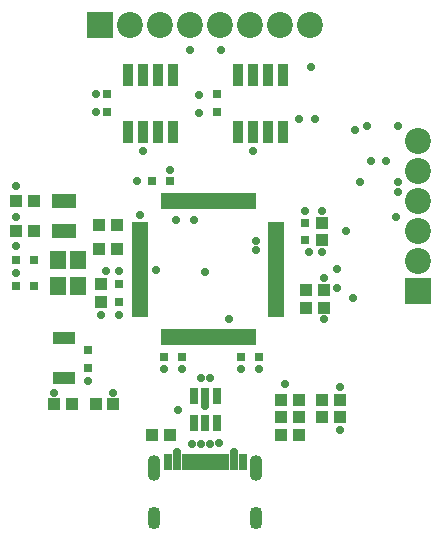
<source format=gts>
G04*
G04 #@! TF.GenerationSoftware,Altium Limited,Altium Designer,22.9.1 (49)*
G04*
G04 Layer_Color=8388736*
%FSLAX44Y44*%
%MOMM*%
G71*
G04*
G04 #@! TF.SameCoordinates,024F3706-CBB7-462D-A25A-2E94323683B0*
G04*
G04*
G04 #@! TF.FilePolarity,Negative*
G04*
G01*
G75*
%ADD14R,0.8000X0.8000*%
%ADD15R,1.4000X0.5000*%
%ADD16R,0.5000X1.4000*%
%ADD17R,0.9200X1.9800*%
%ADD18R,1.0000X1.0000*%
%ADD19R,0.8000X1.3400*%
%ADD20R,0.5000X1.3400*%
%ADD21R,1.0000X1.0000*%
%ADD22R,0.8000X0.8000*%
%ADD23R,0.8000X1.4000*%
%ADD24R,1.4000X1.6000*%
%ADD25R,2.0000X1.2000*%
%ADD26R,1.9000X1.0000*%
%ADD27C,2.2000*%
%ADD28R,2.2000X2.2000*%
%ADD29O,1.1000X2.2000*%
%ADD30O,1.1000X1.9000*%
%ADD31R,2.2000X2.2000*%
%ADD32C,0.7080*%
G54D14*
X122000Y365600D02*
D03*
Y380600D02*
D03*
X215000D02*
D03*
Y365600D02*
D03*
X132000Y205000D02*
D03*
Y220000D02*
D03*
X289000Y257000D02*
D03*
Y272000D02*
D03*
X106000Y164000D02*
D03*
Y149000D02*
D03*
G54D15*
X150000Y270000D02*
D03*
Y265000D02*
D03*
Y260000D02*
D03*
Y255000D02*
D03*
Y250000D02*
D03*
Y245000D02*
D03*
Y240000D02*
D03*
Y235000D02*
D03*
Y230000D02*
D03*
Y225000D02*
D03*
Y220000D02*
D03*
Y215000D02*
D03*
Y210000D02*
D03*
Y205000D02*
D03*
Y200000D02*
D03*
Y195000D02*
D03*
X265000D02*
D03*
Y200000D02*
D03*
Y205000D02*
D03*
Y210000D02*
D03*
Y215000D02*
D03*
Y220000D02*
D03*
Y225000D02*
D03*
Y230000D02*
D03*
Y235000D02*
D03*
Y240000D02*
D03*
Y245000D02*
D03*
Y250000D02*
D03*
Y255000D02*
D03*
Y260000D02*
D03*
Y265000D02*
D03*
Y270000D02*
D03*
G54D16*
X170000Y175000D02*
D03*
X175000D02*
D03*
X180000D02*
D03*
X185000D02*
D03*
X190000D02*
D03*
X195000D02*
D03*
X200000D02*
D03*
X205000D02*
D03*
X210000D02*
D03*
X215000D02*
D03*
X220000D02*
D03*
X225000D02*
D03*
X230000D02*
D03*
X235000D02*
D03*
X240000D02*
D03*
X245000D02*
D03*
Y290000D02*
D03*
X240000D02*
D03*
X235000D02*
D03*
X230000D02*
D03*
X225000D02*
D03*
X220000D02*
D03*
X215000D02*
D03*
X210000D02*
D03*
X205000D02*
D03*
X200000D02*
D03*
X195000D02*
D03*
X190000D02*
D03*
X185000D02*
D03*
X180000D02*
D03*
X175000D02*
D03*
X170000D02*
D03*
G54D17*
X232300Y397200D02*
D03*
X245000D02*
D03*
X257700D02*
D03*
X270400D02*
D03*
X232300Y349000D02*
D03*
X245000Y349000D02*
D03*
X257700D02*
D03*
X270400D02*
D03*
X139600Y397200D02*
D03*
X152300D02*
D03*
X165000D02*
D03*
X177700D02*
D03*
X139600Y349000D02*
D03*
X152300Y349000D02*
D03*
X165000D02*
D03*
X177700D02*
D03*
G54D18*
X160000Y92000D02*
D03*
X175000D02*
D03*
X77000Y118000D02*
D03*
X92000D02*
D03*
X304000Y107000D02*
D03*
X319000D02*
D03*
X304000Y122000D02*
D03*
X319000D02*
D03*
X305000Y215000D02*
D03*
X290000D02*
D03*
X305000Y200000D02*
D03*
X290000D02*
D03*
X284000Y107000D02*
D03*
X269000D02*
D03*
X284000Y122000D02*
D03*
X269000D02*
D03*
X127000Y118000D02*
D03*
X112000D02*
D03*
X45000Y265000D02*
D03*
X60000D02*
D03*
X45000Y290000D02*
D03*
X60000D02*
D03*
X130000Y250000D02*
D03*
X115000D02*
D03*
X130000Y270000D02*
D03*
X115000D02*
D03*
X269000Y92000D02*
D03*
X284000D02*
D03*
G54D19*
X173000Y69500D02*
D03*
X181000D02*
D03*
X237000D02*
D03*
X229000D02*
D03*
G54D20*
X192500D02*
D03*
X197500D02*
D03*
X202500D02*
D03*
X187500D02*
D03*
X217500D02*
D03*
X212500D02*
D03*
X207500D02*
D03*
X222500D02*
D03*
G54D21*
X117000Y205000D02*
D03*
Y220000D02*
D03*
X304000Y257000D02*
D03*
Y272000D02*
D03*
G54D22*
X235000Y158000D02*
D03*
X250000D02*
D03*
X170000D02*
D03*
X185000D02*
D03*
X175000Y307000D02*
D03*
X160000D02*
D03*
X45000Y218000D02*
D03*
X60000D02*
D03*
X45000Y240000D02*
D03*
X60000D02*
D03*
G54D23*
X214500Y102000D02*
D03*
X205000D02*
D03*
X195500Y125000D02*
D03*
Y102000D02*
D03*
X205000Y125000D02*
D03*
X214500D02*
D03*
G54D24*
X97000Y218000D02*
D03*
Y240000D02*
D03*
X80000Y218000D02*
D03*
Y240000D02*
D03*
G54D25*
X85000Y290000D02*
D03*
Y265000D02*
D03*
G54D26*
X85000Y140000D02*
D03*
Y174000D02*
D03*
G54D27*
X141500Y439000D02*
D03*
X166900D02*
D03*
X192300D02*
D03*
X217700D02*
D03*
X243100D02*
D03*
X268500D02*
D03*
X293900D02*
D03*
X385000Y239200D02*
D03*
Y264600D02*
D03*
Y315400D02*
D03*
Y340800D02*
D03*
Y290000D02*
D03*
G54D28*
X116100Y439000D02*
D03*
G54D29*
X161750Y63800D02*
D03*
X248250D02*
D03*
G54D30*
X161750Y22000D02*
D03*
X248250D02*
D03*
G54D31*
X385000Y213800D02*
D03*
G54D32*
X106000Y138000D02*
D03*
X182000Y113000D02*
D03*
X205000Y117000D02*
D03*
X248000Y249000D02*
D03*
Y256620D02*
D03*
X208810Y140000D02*
D03*
X201190D02*
D03*
X193570Y84920D02*
D03*
X201190D02*
D03*
X366000Y277000D02*
D03*
X200000Y380000D02*
D03*
X181000Y78000D02*
D03*
X229000D02*
D03*
X272000Y135000D02*
D03*
X208810Y84920D02*
D03*
X216430Y85005D02*
D03*
X319000Y96000D02*
D03*
Y133000D02*
D03*
X297580Y360000D02*
D03*
X368000Y306270D02*
D03*
X45000Y229000D02*
D03*
Y303000D02*
D03*
Y277000D02*
D03*
Y252000D02*
D03*
X368000Y298000D02*
D03*
X345000Y324000D02*
D03*
X358000D02*
D03*
X77000Y128000D02*
D03*
X284000Y360000D02*
D03*
X175000Y316920D02*
D03*
X147000Y307000D02*
D03*
X245000Y333000D02*
D03*
X152000D02*
D03*
X112000Y365600D02*
D03*
X225000Y190000D02*
D03*
X180000Y274000D02*
D03*
X127000Y128000D02*
D03*
X163055Y232006D02*
D03*
X150000Y278000D02*
D03*
X112000Y381000D02*
D03*
X121000Y231000D02*
D03*
X132000D02*
D03*
Y194000D02*
D03*
X305000Y225000D02*
D03*
X293000Y247000D02*
D03*
X304000D02*
D03*
X294000Y404000D02*
D03*
X324000Y265000D02*
D03*
X368000Y354000D02*
D03*
X342000D02*
D03*
X205000Y230000D02*
D03*
X195000Y274000D02*
D03*
X200000Y365000D02*
D03*
X235000Y148000D02*
D03*
X250000D02*
D03*
X305000Y190000D02*
D03*
X330000Y208000D02*
D03*
X316000Y217000D02*
D03*
Y233000D02*
D03*
X336000Y306000D02*
D03*
X332000Y350000D02*
D03*
X289000Y282000D02*
D03*
X304000D02*
D03*
X170000Y148000D02*
D03*
X185000D02*
D03*
X218000Y418000D02*
D03*
X192000D02*
D03*
X117000Y194000D02*
D03*
M02*

</source>
